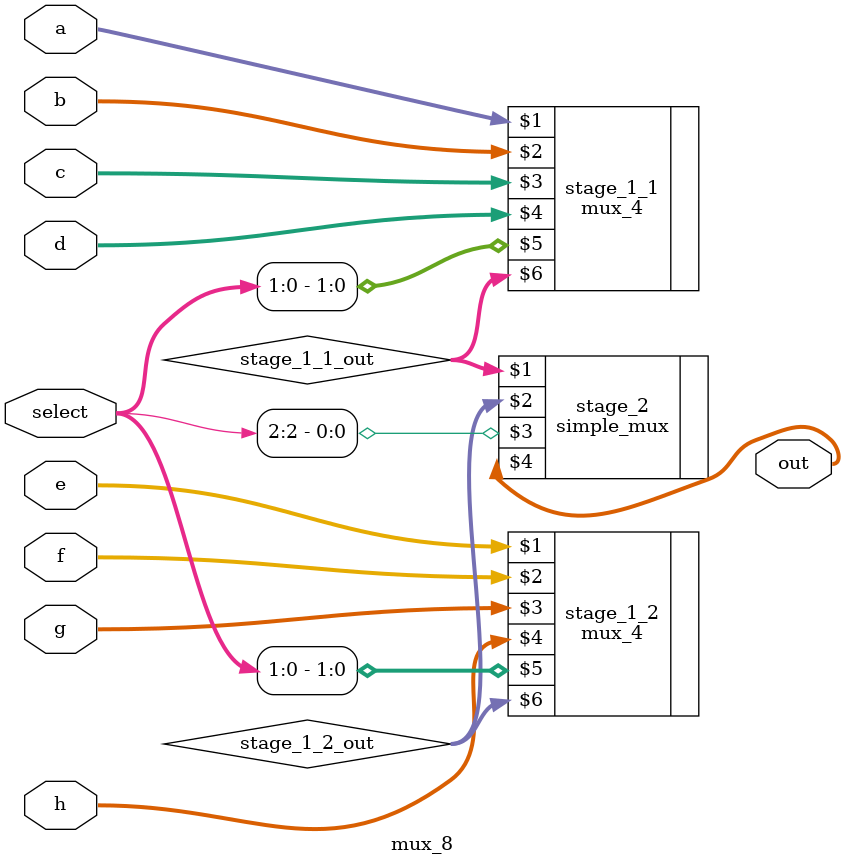
<source format=sv>
module mux_8 #(bus_size = 4)
	(input logic[bus_size-1:0] a, b,c,d,e,f,g,h, input logic[2:0] select, output logic[bus_size-1:0] out);
	
	logic[bus_size-1:0] stage_1_1_out;
	logic[bus_size-1:0] stage_1_2_out;
	mux_4 #(bus_size) stage_1_1(a,b,c,d,select[1:0], stage_1_1_out);
	mux_4 #(bus_size) stage_1_2(e,f,g,h,select[1:0], stage_1_2_out);
	simple_mux #(bus_size) stage_2(stage_1_1_out,stage_1_2_out,select[2], out);
endmodule


</source>
